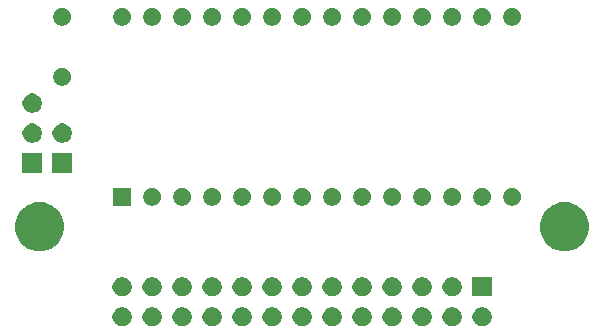
<source format=gbr>
G04 #@! TF.GenerationSoftware,KiCad,Pcbnew,(5.1.0)-1*
G04 #@! TF.CreationDate,2020-02-17T20:17:44-08:00*
G04 #@! TF.ProjectId,radio-86rk-rom,72616469-6f2d-4383-9672-6b2d726f6d2e,rev?*
G04 #@! TF.SameCoordinates,Original*
G04 #@! TF.FileFunction,Soldermask,Top*
G04 #@! TF.FilePolarity,Negative*
%FSLAX46Y46*%
G04 Gerber Fmt 4.6, Leading zero omitted, Abs format (unit mm)*
G04 Created by KiCad (PCBNEW (5.1.0)-1) date 2020-02-17 20:17:44*
%MOMM*%
%LPD*%
G04 APERTURE LIST*
%ADD10C,0.100000*%
G04 APERTURE END LIST*
D10*
G36*
X155177142Y-116058242D02*
G01*
X155325101Y-116119529D01*
X155458255Y-116208499D01*
X155571501Y-116321745D01*
X155660471Y-116454899D01*
X155721758Y-116602858D01*
X155753000Y-116759925D01*
X155753000Y-116920075D01*
X155721758Y-117077142D01*
X155660471Y-117225101D01*
X155571501Y-117358255D01*
X155458255Y-117471501D01*
X155325101Y-117560471D01*
X155177142Y-117621758D01*
X155020075Y-117653000D01*
X154859925Y-117653000D01*
X154702858Y-117621758D01*
X154554899Y-117560471D01*
X154421745Y-117471501D01*
X154308499Y-117358255D01*
X154219529Y-117225101D01*
X154158242Y-117077142D01*
X154127000Y-116920075D01*
X154127000Y-116759925D01*
X154158242Y-116602858D01*
X154219529Y-116454899D01*
X154308499Y-116321745D01*
X154421745Y-116208499D01*
X154554899Y-116119529D01*
X154702858Y-116058242D01*
X154859925Y-116027000D01*
X155020075Y-116027000D01*
X155177142Y-116058242D01*
X155177142Y-116058242D01*
G37*
G36*
X137397142Y-116058242D02*
G01*
X137545101Y-116119529D01*
X137678255Y-116208499D01*
X137791501Y-116321745D01*
X137880471Y-116454899D01*
X137941758Y-116602858D01*
X137973000Y-116759925D01*
X137973000Y-116920075D01*
X137941758Y-117077142D01*
X137880471Y-117225101D01*
X137791501Y-117358255D01*
X137678255Y-117471501D01*
X137545101Y-117560471D01*
X137397142Y-117621758D01*
X137240075Y-117653000D01*
X137079925Y-117653000D01*
X136922858Y-117621758D01*
X136774899Y-117560471D01*
X136641745Y-117471501D01*
X136528499Y-117358255D01*
X136439529Y-117225101D01*
X136378242Y-117077142D01*
X136347000Y-116920075D01*
X136347000Y-116759925D01*
X136378242Y-116602858D01*
X136439529Y-116454899D01*
X136528499Y-116321745D01*
X136641745Y-116208499D01*
X136774899Y-116119529D01*
X136922858Y-116058242D01*
X137079925Y-116027000D01*
X137240075Y-116027000D01*
X137397142Y-116058242D01*
X137397142Y-116058242D01*
G37*
G36*
X129777142Y-116058242D02*
G01*
X129925101Y-116119529D01*
X130058255Y-116208499D01*
X130171501Y-116321745D01*
X130260471Y-116454899D01*
X130321758Y-116602858D01*
X130353000Y-116759925D01*
X130353000Y-116920075D01*
X130321758Y-117077142D01*
X130260471Y-117225101D01*
X130171501Y-117358255D01*
X130058255Y-117471501D01*
X129925101Y-117560471D01*
X129777142Y-117621758D01*
X129620075Y-117653000D01*
X129459925Y-117653000D01*
X129302858Y-117621758D01*
X129154899Y-117560471D01*
X129021745Y-117471501D01*
X128908499Y-117358255D01*
X128819529Y-117225101D01*
X128758242Y-117077142D01*
X128727000Y-116920075D01*
X128727000Y-116759925D01*
X128758242Y-116602858D01*
X128819529Y-116454899D01*
X128908499Y-116321745D01*
X129021745Y-116208499D01*
X129154899Y-116119529D01*
X129302858Y-116058242D01*
X129459925Y-116027000D01*
X129620075Y-116027000D01*
X129777142Y-116058242D01*
X129777142Y-116058242D01*
G37*
G36*
X132317142Y-116058242D02*
G01*
X132465101Y-116119529D01*
X132598255Y-116208499D01*
X132711501Y-116321745D01*
X132800471Y-116454899D01*
X132861758Y-116602858D01*
X132893000Y-116759925D01*
X132893000Y-116920075D01*
X132861758Y-117077142D01*
X132800471Y-117225101D01*
X132711501Y-117358255D01*
X132598255Y-117471501D01*
X132465101Y-117560471D01*
X132317142Y-117621758D01*
X132160075Y-117653000D01*
X131999925Y-117653000D01*
X131842858Y-117621758D01*
X131694899Y-117560471D01*
X131561745Y-117471501D01*
X131448499Y-117358255D01*
X131359529Y-117225101D01*
X131298242Y-117077142D01*
X131267000Y-116920075D01*
X131267000Y-116759925D01*
X131298242Y-116602858D01*
X131359529Y-116454899D01*
X131448499Y-116321745D01*
X131561745Y-116208499D01*
X131694899Y-116119529D01*
X131842858Y-116058242D01*
X131999925Y-116027000D01*
X132160075Y-116027000D01*
X132317142Y-116058242D01*
X132317142Y-116058242D01*
G37*
G36*
X134857142Y-116058242D02*
G01*
X135005101Y-116119529D01*
X135138255Y-116208499D01*
X135251501Y-116321745D01*
X135340471Y-116454899D01*
X135401758Y-116602858D01*
X135433000Y-116759925D01*
X135433000Y-116920075D01*
X135401758Y-117077142D01*
X135340471Y-117225101D01*
X135251501Y-117358255D01*
X135138255Y-117471501D01*
X135005101Y-117560471D01*
X134857142Y-117621758D01*
X134700075Y-117653000D01*
X134539925Y-117653000D01*
X134382858Y-117621758D01*
X134234899Y-117560471D01*
X134101745Y-117471501D01*
X133988499Y-117358255D01*
X133899529Y-117225101D01*
X133838242Y-117077142D01*
X133807000Y-116920075D01*
X133807000Y-116759925D01*
X133838242Y-116602858D01*
X133899529Y-116454899D01*
X133988499Y-116321745D01*
X134101745Y-116208499D01*
X134234899Y-116119529D01*
X134382858Y-116058242D01*
X134539925Y-116027000D01*
X134700075Y-116027000D01*
X134857142Y-116058242D01*
X134857142Y-116058242D01*
G37*
G36*
X139937142Y-116058242D02*
G01*
X140085101Y-116119529D01*
X140218255Y-116208499D01*
X140331501Y-116321745D01*
X140420471Y-116454899D01*
X140481758Y-116602858D01*
X140513000Y-116759925D01*
X140513000Y-116920075D01*
X140481758Y-117077142D01*
X140420471Y-117225101D01*
X140331501Y-117358255D01*
X140218255Y-117471501D01*
X140085101Y-117560471D01*
X139937142Y-117621758D01*
X139780075Y-117653000D01*
X139619925Y-117653000D01*
X139462858Y-117621758D01*
X139314899Y-117560471D01*
X139181745Y-117471501D01*
X139068499Y-117358255D01*
X138979529Y-117225101D01*
X138918242Y-117077142D01*
X138887000Y-116920075D01*
X138887000Y-116759925D01*
X138918242Y-116602858D01*
X138979529Y-116454899D01*
X139068499Y-116321745D01*
X139181745Y-116208499D01*
X139314899Y-116119529D01*
X139462858Y-116058242D01*
X139619925Y-116027000D01*
X139780075Y-116027000D01*
X139937142Y-116058242D01*
X139937142Y-116058242D01*
G37*
G36*
X142477142Y-116058242D02*
G01*
X142625101Y-116119529D01*
X142758255Y-116208499D01*
X142871501Y-116321745D01*
X142960471Y-116454899D01*
X143021758Y-116602858D01*
X143053000Y-116759925D01*
X143053000Y-116920075D01*
X143021758Y-117077142D01*
X142960471Y-117225101D01*
X142871501Y-117358255D01*
X142758255Y-117471501D01*
X142625101Y-117560471D01*
X142477142Y-117621758D01*
X142320075Y-117653000D01*
X142159925Y-117653000D01*
X142002858Y-117621758D01*
X141854899Y-117560471D01*
X141721745Y-117471501D01*
X141608499Y-117358255D01*
X141519529Y-117225101D01*
X141458242Y-117077142D01*
X141427000Y-116920075D01*
X141427000Y-116759925D01*
X141458242Y-116602858D01*
X141519529Y-116454899D01*
X141608499Y-116321745D01*
X141721745Y-116208499D01*
X141854899Y-116119529D01*
X142002858Y-116058242D01*
X142159925Y-116027000D01*
X142320075Y-116027000D01*
X142477142Y-116058242D01*
X142477142Y-116058242D01*
G37*
G36*
X145017142Y-116058242D02*
G01*
X145165101Y-116119529D01*
X145298255Y-116208499D01*
X145411501Y-116321745D01*
X145500471Y-116454899D01*
X145561758Y-116602858D01*
X145593000Y-116759925D01*
X145593000Y-116920075D01*
X145561758Y-117077142D01*
X145500471Y-117225101D01*
X145411501Y-117358255D01*
X145298255Y-117471501D01*
X145165101Y-117560471D01*
X145017142Y-117621758D01*
X144860075Y-117653000D01*
X144699925Y-117653000D01*
X144542858Y-117621758D01*
X144394899Y-117560471D01*
X144261745Y-117471501D01*
X144148499Y-117358255D01*
X144059529Y-117225101D01*
X143998242Y-117077142D01*
X143967000Y-116920075D01*
X143967000Y-116759925D01*
X143998242Y-116602858D01*
X144059529Y-116454899D01*
X144148499Y-116321745D01*
X144261745Y-116208499D01*
X144394899Y-116119529D01*
X144542858Y-116058242D01*
X144699925Y-116027000D01*
X144860075Y-116027000D01*
X145017142Y-116058242D01*
X145017142Y-116058242D01*
G37*
G36*
X147557142Y-116058242D02*
G01*
X147705101Y-116119529D01*
X147838255Y-116208499D01*
X147951501Y-116321745D01*
X148040471Y-116454899D01*
X148101758Y-116602858D01*
X148133000Y-116759925D01*
X148133000Y-116920075D01*
X148101758Y-117077142D01*
X148040471Y-117225101D01*
X147951501Y-117358255D01*
X147838255Y-117471501D01*
X147705101Y-117560471D01*
X147557142Y-117621758D01*
X147400075Y-117653000D01*
X147239925Y-117653000D01*
X147082858Y-117621758D01*
X146934899Y-117560471D01*
X146801745Y-117471501D01*
X146688499Y-117358255D01*
X146599529Y-117225101D01*
X146538242Y-117077142D01*
X146507000Y-116920075D01*
X146507000Y-116759925D01*
X146538242Y-116602858D01*
X146599529Y-116454899D01*
X146688499Y-116321745D01*
X146801745Y-116208499D01*
X146934899Y-116119529D01*
X147082858Y-116058242D01*
X147239925Y-116027000D01*
X147400075Y-116027000D01*
X147557142Y-116058242D01*
X147557142Y-116058242D01*
G37*
G36*
X150097142Y-116058242D02*
G01*
X150245101Y-116119529D01*
X150378255Y-116208499D01*
X150491501Y-116321745D01*
X150580471Y-116454899D01*
X150641758Y-116602858D01*
X150673000Y-116759925D01*
X150673000Y-116920075D01*
X150641758Y-117077142D01*
X150580471Y-117225101D01*
X150491501Y-117358255D01*
X150378255Y-117471501D01*
X150245101Y-117560471D01*
X150097142Y-117621758D01*
X149940075Y-117653000D01*
X149779925Y-117653000D01*
X149622858Y-117621758D01*
X149474899Y-117560471D01*
X149341745Y-117471501D01*
X149228499Y-117358255D01*
X149139529Y-117225101D01*
X149078242Y-117077142D01*
X149047000Y-116920075D01*
X149047000Y-116759925D01*
X149078242Y-116602858D01*
X149139529Y-116454899D01*
X149228499Y-116321745D01*
X149341745Y-116208499D01*
X149474899Y-116119529D01*
X149622858Y-116058242D01*
X149779925Y-116027000D01*
X149940075Y-116027000D01*
X150097142Y-116058242D01*
X150097142Y-116058242D01*
G37*
G36*
X152637142Y-116058242D02*
G01*
X152785101Y-116119529D01*
X152918255Y-116208499D01*
X153031501Y-116321745D01*
X153120471Y-116454899D01*
X153181758Y-116602858D01*
X153213000Y-116759925D01*
X153213000Y-116920075D01*
X153181758Y-117077142D01*
X153120471Y-117225101D01*
X153031501Y-117358255D01*
X152918255Y-117471501D01*
X152785101Y-117560471D01*
X152637142Y-117621758D01*
X152480075Y-117653000D01*
X152319925Y-117653000D01*
X152162858Y-117621758D01*
X152014899Y-117560471D01*
X151881745Y-117471501D01*
X151768499Y-117358255D01*
X151679529Y-117225101D01*
X151618242Y-117077142D01*
X151587000Y-116920075D01*
X151587000Y-116759925D01*
X151618242Y-116602858D01*
X151679529Y-116454899D01*
X151768499Y-116321745D01*
X151881745Y-116208499D01*
X152014899Y-116119529D01*
X152162858Y-116058242D01*
X152319925Y-116027000D01*
X152480075Y-116027000D01*
X152637142Y-116058242D01*
X152637142Y-116058242D01*
G37*
G36*
X127237142Y-116058242D02*
G01*
X127385101Y-116119529D01*
X127518255Y-116208499D01*
X127631501Y-116321745D01*
X127720471Y-116454899D01*
X127781758Y-116602858D01*
X127813000Y-116759925D01*
X127813000Y-116920075D01*
X127781758Y-117077142D01*
X127720471Y-117225101D01*
X127631501Y-117358255D01*
X127518255Y-117471501D01*
X127385101Y-117560471D01*
X127237142Y-117621758D01*
X127080075Y-117653000D01*
X126919925Y-117653000D01*
X126762858Y-117621758D01*
X126614899Y-117560471D01*
X126481745Y-117471501D01*
X126368499Y-117358255D01*
X126279529Y-117225101D01*
X126218242Y-117077142D01*
X126187000Y-116920075D01*
X126187000Y-116759925D01*
X126218242Y-116602858D01*
X126279529Y-116454899D01*
X126368499Y-116321745D01*
X126481745Y-116208499D01*
X126614899Y-116119529D01*
X126762858Y-116058242D01*
X126919925Y-116027000D01*
X127080075Y-116027000D01*
X127237142Y-116058242D01*
X127237142Y-116058242D01*
G37*
G36*
X124697142Y-116058242D02*
G01*
X124845101Y-116119529D01*
X124978255Y-116208499D01*
X125091501Y-116321745D01*
X125180471Y-116454899D01*
X125241758Y-116602858D01*
X125273000Y-116759925D01*
X125273000Y-116920075D01*
X125241758Y-117077142D01*
X125180471Y-117225101D01*
X125091501Y-117358255D01*
X124978255Y-117471501D01*
X124845101Y-117560471D01*
X124697142Y-117621758D01*
X124540075Y-117653000D01*
X124379925Y-117653000D01*
X124222858Y-117621758D01*
X124074899Y-117560471D01*
X123941745Y-117471501D01*
X123828499Y-117358255D01*
X123739529Y-117225101D01*
X123678242Y-117077142D01*
X123647000Y-116920075D01*
X123647000Y-116759925D01*
X123678242Y-116602858D01*
X123739529Y-116454899D01*
X123828499Y-116321745D01*
X123941745Y-116208499D01*
X124074899Y-116119529D01*
X124222858Y-116058242D01*
X124379925Y-116027000D01*
X124540075Y-116027000D01*
X124697142Y-116058242D01*
X124697142Y-116058242D01*
G37*
G36*
X150097142Y-113518242D02*
G01*
X150245101Y-113579529D01*
X150378255Y-113668499D01*
X150491501Y-113781745D01*
X150580471Y-113914899D01*
X150641758Y-114062858D01*
X150673000Y-114219925D01*
X150673000Y-114380075D01*
X150641758Y-114537142D01*
X150580471Y-114685101D01*
X150491501Y-114818255D01*
X150378255Y-114931501D01*
X150245101Y-115020471D01*
X150097142Y-115081758D01*
X149940075Y-115113000D01*
X149779925Y-115113000D01*
X149622858Y-115081758D01*
X149474899Y-115020471D01*
X149341745Y-114931501D01*
X149228499Y-114818255D01*
X149139529Y-114685101D01*
X149078242Y-114537142D01*
X149047000Y-114380075D01*
X149047000Y-114219925D01*
X149078242Y-114062858D01*
X149139529Y-113914899D01*
X149228499Y-113781745D01*
X149341745Y-113668499D01*
X149474899Y-113579529D01*
X149622858Y-113518242D01*
X149779925Y-113487000D01*
X149940075Y-113487000D01*
X150097142Y-113518242D01*
X150097142Y-113518242D01*
G37*
G36*
X129777142Y-113518242D02*
G01*
X129925101Y-113579529D01*
X130058255Y-113668499D01*
X130171501Y-113781745D01*
X130260471Y-113914899D01*
X130321758Y-114062858D01*
X130353000Y-114219925D01*
X130353000Y-114380075D01*
X130321758Y-114537142D01*
X130260471Y-114685101D01*
X130171501Y-114818255D01*
X130058255Y-114931501D01*
X129925101Y-115020471D01*
X129777142Y-115081758D01*
X129620075Y-115113000D01*
X129459925Y-115113000D01*
X129302858Y-115081758D01*
X129154899Y-115020471D01*
X129021745Y-114931501D01*
X128908499Y-114818255D01*
X128819529Y-114685101D01*
X128758242Y-114537142D01*
X128727000Y-114380075D01*
X128727000Y-114219925D01*
X128758242Y-114062858D01*
X128819529Y-113914899D01*
X128908499Y-113781745D01*
X129021745Y-113668499D01*
X129154899Y-113579529D01*
X129302858Y-113518242D01*
X129459925Y-113487000D01*
X129620075Y-113487000D01*
X129777142Y-113518242D01*
X129777142Y-113518242D01*
G37*
G36*
X132317142Y-113518242D02*
G01*
X132465101Y-113579529D01*
X132598255Y-113668499D01*
X132711501Y-113781745D01*
X132800471Y-113914899D01*
X132861758Y-114062858D01*
X132893000Y-114219925D01*
X132893000Y-114380075D01*
X132861758Y-114537142D01*
X132800471Y-114685101D01*
X132711501Y-114818255D01*
X132598255Y-114931501D01*
X132465101Y-115020471D01*
X132317142Y-115081758D01*
X132160075Y-115113000D01*
X131999925Y-115113000D01*
X131842858Y-115081758D01*
X131694899Y-115020471D01*
X131561745Y-114931501D01*
X131448499Y-114818255D01*
X131359529Y-114685101D01*
X131298242Y-114537142D01*
X131267000Y-114380075D01*
X131267000Y-114219925D01*
X131298242Y-114062858D01*
X131359529Y-113914899D01*
X131448499Y-113781745D01*
X131561745Y-113668499D01*
X131694899Y-113579529D01*
X131842858Y-113518242D01*
X131999925Y-113487000D01*
X132160075Y-113487000D01*
X132317142Y-113518242D01*
X132317142Y-113518242D01*
G37*
G36*
X134857142Y-113518242D02*
G01*
X135005101Y-113579529D01*
X135138255Y-113668499D01*
X135251501Y-113781745D01*
X135340471Y-113914899D01*
X135401758Y-114062858D01*
X135433000Y-114219925D01*
X135433000Y-114380075D01*
X135401758Y-114537142D01*
X135340471Y-114685101D01*
X135251501Y-114818255D01*
X135138255Y-114931501D01*
X135005101Y-115020471D01*
X134857142Y-115081758D01*
X134700075Y-115113000D01*
X134539925Y-115113000D01*
X134382858Y-115081758D01*
X134234899Y-115020471D01*
X134101745Y-114931501D01*
X133988499Y-114818255D01*
X133899529Y-114685101D01*
X133838242Y-114537142D01*
X133807000Y-114380075D01*
X133807000Y-114219925D01*
X133838242Y-114062858D01*
X133899529Y-113914899D01*
X133988499Y-113781745D01*
X134101745Y-113668499D01*
X134234899Y-113579529D01*
X134382858Y-113518242D01*
X134539925Y-113487000D01*
X134700075Y-113487000D01*
X134857142Y-113518242D01*
X134857142Y-113518242D01*
G37*
G36*
X127237142Y-113518242D02*
G01*
X127385101Y-113579529D01*
X127518255Y-113668499D01*
X127631501Y-113781745D01*
X127720471Y-113914899D01*
X127781758Y-114062858D01*
X127813000Y-114219925D01*
X127813000Y-114380075D01*
X127781758Y-114537142D01*
X127720471Y-114685101D01*
X127631501Y-114818255D01*
X127518255Y-114931501D01*
X127385101Y-115020471D01*
X127237142Y-115081758D01*
X127080075Y-115113000D01*
X126919925Y-115113000D01*
X126762858Y-115081758D01*
X126614899Y-115020471D01*
X126481745Y-114931501D01*
X126368499Y-114818255D01*
X126279529Y-114685101D01*
X126218242Y-114537142D01*
X126187000Y-114380075D01*
X126187000Y-114219925D01*
X126218242Y-114062858D01*
X126279529Y-113914899D01*
X126368499Y-113781745D01*
X126481745Y-113668499D01*
X126614899Y-113579529D01*
X126762858Y-113518242D01*
X126919925Y-113487000D01*
X127080075Y-113487000D01*
X127237142Y-113518242D01*
X127237142Y-113518242D01*
G37*
G36*
X137397142Y-113518242D02*
G01*
X137545101Y-113579529D01*
X137678255Y-113668499D01*
X137791501Y-113781745D01*
X137880471Y-113914899D01*
X137941758Y-114062858D01*
X137973000Y-114219925D01*
X137973000Y-114380075D01*
X137941758Y-114537142D01*
X137880471Y-114685101D01*
X137791501Y-114818255D01*
X137678255Y-114931501D01*
X137545101Y-115020471D01*
X137397142Y-115081758D01*
X137240075Y-115113000D01*
X137079925Y-115113000D01*
X136922858Y-115081758D01*
X136774899Y-115020471D01*
X136641745Y-114931501D01*
X136528499Y-114818255D01*
X136439529Y-114685101D01*
X136378242Y-114537142D01*
X136347000Y-114380075D01*
X136347000Y-114219925D01*
X136378242Y-114062858D01*
X136439529Y-113914899D01*
X136528499Y-113781745D01*
X136641745Y-113668499D01*
X136774899Y-113579529D01*
X136922858Y-113518242D01*
X137079925Y-113487000D01*
X137240075Y-113487000D01*
X137397142Y-113518242D01*
X137397142Y-113518242D01*
G37*
G36*
X139937142Y-113518242D02*
G01*
X140085101Y-113579529D01*
X140218255Y-113668499D01*
X140331501Y-113781745D01*
X140420471Y-113914899D01*
X140481758Y-114062858D01*
X140513000Y-114219925D01*
X140513000Y-114380075D01*
X140481758Y-114537142D01*
X140420471Y-114685101D01*
X140331501Y-114818255D01*
X140218255Y-114931501D01*
X140085101Y-115020471D01*
X139937142Y-115081758D01*
X139780075Y-115113000D01*
X139619925Y-115113000D01*
X139462858Y-115081758D01*
X139314899Y-115020471D01*
X139181745Y-114931501D01*
X139068499Y-114818255D01*
X138979529Y-114685101D01*
X138918242Y-114537142D01*
X138887000Y-114380075D01*
X138887000Y-114219925D01*
X138918242Y-114062858D01*
X138979529Y-113914899D01*
X139068499Y-113781745D01*
X139181745Y-113668499D01*
X139314899Y-113579529D01*
X139462858Y-113518242D01*
X139619925Y-113487000D01*
X139780075Y-113487000D01*
X139937142Y-113518242D01*
X139937142Y-113518242D01*
G37*
G36*
X142477142Y-113518242D02*
G01*
X142625101Y-113579529D01*
X142758255Y-113668499D01*
X142871501Y-113781745D01*
X142960471Y-113914899D01*
X143021758Y-114062858D01*
X143053000Y-114219925D01*
X143053000Y-114380075D01*
X143021758Y-114537142D01*
X142960471Y-114685101D01*
X142871501Y-114818255D01*
X142758255Y-114931501D01*
X142625101Y-115020471D01*
X142477142Y-115081758D01*
X142320075Y-115113000D01*
X142159925Y-115113000D01*
X142002858Y-115081758D01*
X141854899Y-115020471D01*
X141721745Y-114931501D01*
X141608499Y-114818255D01*
X141519529Y-114685101D01*
X141458242Y-114537142D01*
X141427000Y-114380075D01*
X141427000Y-114219925D01*
X141458242Y-114062858D01*
X141519529Y-113914899D01*
X141608499Y-113781745D01*
X141721745Y-113668499D01*
X141854899Y-113579529D01*
X142002858Y-113518242D01*
X142159925Y-113487000D01*
X142320075Y-113487000D01*
X142477142Y-113518242D01*
X142477142Y-113518242D01*
G37*
G36*
X147557142Y-113518242D02*
G01*
X147705101Y-113579529D01*
X147838255Y-113668499D01*
X147951501Y-113781745D01*
X148040471Y-113914899D01*
X148101758Y-114062858D01*
X148133000Y-114219925D01*
X148133000Y-114380075D01*
X148101758Y-114537142D01*
X148040471Y-114685101D01*
X147951501Y-114818255D01*
X147838255Y-114931501D01*
X147705101Y-115020471D01*
X147557142Y-115081758D01*
X147400075Y-115113000D01*
X147239925Y-115113000D01*
X147082858Y-115081758D01*
X146934899Y-115020471D01*
X146801745Y-114931501D01*
X146688499Y-114818255D01*
X146599529Y-114685101D01*
X146538242Y-114537142D01*
X146507000Y-114380075D01*
X146507000Y-114219925D01*
X146538242Y-114062858D01*
X146599529Y-113914899D01*
X146688499Y-113781745D01*
X146801745Y-113668499D01*
X146934899Y-113579529D01*
X147082858Y-113518242D01*
X147239925Y-113487000D01*
X147400075Y-113487000D01*
X147557142Y-113518242D01*
X147557142Y-113518242D01*
G37*
G36*
X124697142Y-113518242D02*
G01*
X124845101Y-113579529D01*
X124978255Y-113668499D01*
X125091501Y-113781745D01*
X125180471Y-113914899D01*
X125241758Y-114062858D01*
X125273000Y-114219925D01*
X125273000Y-114380075D01*
X125241758Y-114537142D01*
X125180471Y-114685101D01*
X125091501Y-114818255D01*
X124978255Y-114931501D01*
X124845101Y-115020471D01*
X124697142Y-115081758D01*
X124540075Y-115113000D01*
X124379925Y-115113000D01*
X124222858Y-115081758D01*
X124074899Y-115020471D01*
X123941745Y-114931501D01*
X123828499Y-114818255D01*
X123739529Y-114685101D01*
X123678242Y-114537142D01*
X123647000Y-114380075D01*
X123647000Y-114219925D01*
X123678242Y-114062858D01*
X123739529Y-113914899D01*
X123828499Y-113781745D01*
X123941745Y-113668499D01*
X124074899Y-113579529D01*
X124222858Y-113518242D01*
X124379925Y-113487000D01*
X124540075Y-113487000D01*
X124697142Y-113518242D01*
X124697142Y-113518242D01*
G37*
G36*
X152637142Y-113518242D02*
G01*
X152785101Y-113579529D01*
X152918255Y-113668499D01*
X153031501Y-113781745D01*
X153120471Y-113914899D01*
X153181758Y-114062858D01*
X153213000Y-114219925D01*
X153213000Y-114380075D01*
X153181758Y-114537142D01*
X153120471Y-114685101D01*
X153031501Y-114818255D01*
X152918255Y-114931501D01*
X152785101Y-115020471D01*
X152637142Y-115081758D01*
X152480075Y-115113000D01*
X152319925Y-115113000D01*
X152162858Y-115081758D01*
X152014899Y-115020471D01*
X151881745Y-114931501D01*
X151768499Y-114818255D01*
X151679529Y-114685101D01*
X151618242Y-114537142D01*
X151587000Y-114380075D01*
X151587000Y-114219925D01*
X151618242Y-114062858D01*
X151679529Y-113914899D01*
X151768499Y-113781745D01*
X151881745Y-113668499D01*
X152014899Y-113579529D01*
X152162858Y-113518242D01*
X152319925Y-113487000D01*
X152480075Y-113487000D01*
X152637142Y-113518242D01*
X152637142Y-113518242D01*
G37*
G36*
X155753000Y-115113000D02*
G01*
X154127000Y-115113000D01*
X154127000Y-113487000D01*
X155753000Y-113487000D01*
X155753000Y-115113000D01*
X155753000Y-115113000D01*
G37*
G36*
X145017142Y-113518242D02*
G01*
X145165101Y-113579529D01*
X145298255Y-113668499D01*
X145411501Y-113781745D01*
X145500471Y-113914899D01*
X145561758Y-114062858D01*
X145593000Y-114219925D01*
X145593000Y-114380075D01*
X145561758Y-114537142D01*
X145500471Y-114685101D01*
X145411501Y-114818255D01*
X145298255Y-114931501D01*
X145165101Y-115020471D01*
X145017142Y-115081758D01*
X144860075Y-115113000D01*
X144699925Y-115113000D01*
X144542858Y-115081758D01*
X144394899Y-115020471D01*
X144261745Y-114931501D01*
X144148499Y-114818255D01*
X144059529Y-114685101D01*
X143998242Y-114537142D01*
X143967000Y-114380075D01*
X143967000Y-114219925D01*
X143998242Y-114062858D01*
X144059529Y-113914899D01*
X144148499Y-113781745D01*
X144261745Y-113668499D01*
X144394899Y-113579529D01*
X144542858Y-113518242D01*
X144699925Y-113487000D01*
X144860075Y-113487000D01*
X145017142Y-113518242D01*
X145017142Y-113518242D01*
G37*
G36*
X117784607Y-107157776D02*
G01*
X118082589Y-107217048D01*
X118191535Y-107262175D01*
X118389559Y-107344199D01*
X118461671Y-107374069D01*
X118802835Y-107602028D01*
X119092972Y-107892165D01*
X119320931Y-108233329D01*
X119477952Y-108612411D01*
X119558000Y-109014842D01*
X119558000Y-109425158D01*
X119477952Y-109827589D01*
X119320931Y-110206671D01*
X119092972Y-110547835D01*
X118802835Y-110837972D01*
X118461671Y-111065931D01*
X118082589Y-111222952D01*
X117680159Y-111303000D01*
X117269841Y-111303000D01*
X116867411Y-111222952D01*
X116488329Y-111065931D01*
X116147165Y-110837972D01*
X115857028Y-110547835D01*
X115629069Y-110206671D01*
X115472048Y-109827589D01*
X115392000Y-109425158D01*
X115392000Y-109014842D01*
X115472048Y-108612411D01*
X115629069Y-108233329D01*
X115857028Y-107892165D01*
X116147165Y-107602028D01*
X116488329Y-107374069D01*
X116560442Y-107344199D01*
X116758465Y-107262175D01*
X116867411Y-107217048D01*
X117165393Y-107157776D01*
X117269841Y-107137000D01*
X117680159Y-107137000D01*
X117784607Y-107157776D01*
X117784607Y-107157776D01*
G37*
G36*
X162234607Y-107157776D02*
G01*
X162532589Y-107217048D01*
X162641535Y-107262175D01*
X162839559Y-107344199D01*
X162911671Y-107374069D01*
X163252835Y-107602028D01*
X163542972Y-107892165D01*
X163770931Y-108233329D01*
X163927952Y-108612411D01*
X164008000Y-109014842D01*
X164008000Y-109425158D01*
X163927952Y-109827589D01*
X163770931Y-110206671D01*
X163542972Y-110547835D01*
X163252835Y-110837972D01*
X162911671Y-111065931D01*
X162532589Y-111222952D01*
X162130159Y-111303000D01*
X161719841Y-111303000D01*
X161317411Y-111222952D01*
X160938329Y-111065931D01*
X160597165Y-110837972D01*
X160307028Y-110547835D01*
X160079069Y-110206671D01*
X159922048Y-109827589D01*
X159842000Y-109425158D01*
X159842000Y-109014842D01*
X159922048Y-108612411D01*
X160079069Y-108233329D01*
X160307028Y-107892165D01*
X160597165Y-107602028D01*
X160938329Y-107374069D01*
X161010442Y-107344199D01*
X161208465Y-107262175D01*
X161317411Y-107217048D01*
X161615393Y-107157776D01*
X161719841Y-107137000D01*
X162130159Y-107137000D01*
X162234607Y-107157776D01*
X162234607Y-107157776D01*
G37*
G36*
X149954425Y-105934599D02*
G01*
X150078621Y-105959302D01*
X150215022Y-106015801D01*
X150337779Y-106097825D01*
X150442175Y-106202221D01*
X150524199Y-106324978D01*
X150580698Y-106461379D01*
X150609500Y-106606181D01*
X150609500Y-106753819D01*
X150580698Y-106898621D01*
X150524199Y-107035022D01*
X150442175Y-107157779D01*
X150337779Y-107262175D01*
X150215022Y-107344199D01*
X150078621Y-107400698D01*
X149954425Y-107425401D01*
X149933820Y-107429500D01*
X149786180Y-107429500D01*
X149765575Y-107425401D01*
X149641379Y-107400698D01*
X149504978Y-107344199D01*
X149382221Y-107262175D01*
X149277825Y-107157779D01*
X149195801Y-107035022D01*
X149139302Y-106898621D01*
X149110500Y-106753819D01*
X149110500Y-106606181D01*
X149139302Y-106461379D01*
X149195801Y-106324978D01*
X149277825Y-106202221D01*
X149382221Y-106097825D01*
X149504978Y-106015801D01*
X149641379Y-105959302D01*
X149765575Y-105934599D01*
X149786180Y-105930500D01*
X149933820Y-105930500D01*
X149954425Y-105934599D01*
X149954425Y-105934599D01*
G37*
G36*
X134714425Y-105934599D02*
G01*
X134838621Y-105959302D01*
X134975022Y-106015801D01*
X135097779Y-106097825D01*
X135202175Y-106202221D01*
X135284199Y-106324978D01*
X135340698Y-106461379D01*
X135369500Y-106606181D01*
X135369500Y-106753819D01*
X135340698Y-106898621D01*
X135284199Y-107035022D01*
X135202175Y-107157779D01*
X135097779Y-107262175D01*
X134975022Y-107344199D01*
X134838621Y-107400698D01*
X134714425Y-107425401D01*
X134693820Y-107429500D01*
X134546180Y-107429500D01*
X134525575Y-107425401D01*
X134401379Y-107400698D01*
X134264978Y-107344199D01*
X134142221Y-107262175D01*
X134037825Y-107157779D01*
X133955801Y-107035022D01*
X133899302Y-106898621D01*
X133870500Y-106753819D01*
X133870500Y-106606181D01*
X133899302Y-106461379D01*
X133955801Y-106324978D01*
X134037825Y-106202221D01*
X134142221Y-106097825D01*
X134264978Y-106015801D01*
X134401379Y-105959302D01*
X134525575Y-105934599D01*
X134546180Y-105930500D01*
X134693820Y-105930500D01*
X134714425Y-105934599D01*
X134714425Y-105934599D01*
G37*
G36*
X139794425Y-105934599D02*
G01*
X139918621Y-105959302D01*
X140055022Y-106015801D01*
X140177779Y-106097825D01*
X140282175Y-106202221D01*
X140364199Y-106324978D01*
X140420698Y-106461379D01*
X140449500Y-106606181D01*
X140449500Y-106753819D01*
X140420698Y-106898621D01*
X140364199Y-107035022D01*
X140282175Y-107157779D01*
X140177779Y-107262175D01*
X140055022Y-107344199D01*
X139918621Y-107400698D01*
X139794425Y-107425401D01*
X139773820Y-107429500D01*
X139626180Y-107429500D01*
X139605575Y-107425401D01*
X139481379Y-107400698D01*
X139344978Y-107344199D01*
X139222221Y-107262175D01*
X139117825Y-107157779D01*
X139035801Y-107035022D01*
X138979302Y-106898621D01*
X138950500Y-106753819D01*
X138950500Y-106606181D01*
X138979302Y-106461379D01*
X139035801Y-106324978D01*
X139117825Y-106202221D01*
X139222221Y-106097825D01*
X139344978Y-106015801D01*
X139481379Y-105959302D01*
X139605575Y-105934599D01*
X139626180Y-105930500D01*
X139773820Y-105930500D01*
X139794425Y-105934599D01*
X139794425Y-105934599D01*
G37*
G36*
X132174425Y-105934599D02*
G01*
X132298621Y-105959302D01*
X132435022Y-106015801D01*
X132557779Y-106097825D01*
X132662175Y-106202221D01*
X132744199Y-106324978D01*
X132800698Y-106461379D01*
X132829500Y-106606181D01*
X132829500Y-106753819D01*
X132800698Y-106898621D01*
X132744199Y-107035022D01*
X132662175Y-107157779D01*
X132557779Y-107262175D01*
X132435022Y-107344199D01*
X132298621Y-107400698D01*
X132174425Y-107425401D01*
X132153820Y-107429500D01*
X132006180Y-107429500D01*
X131985575Y-107425401D01*
X131861379Y-107400698D01*
X131724978Y-107344199D01*
X131602221Y-107262175D01*
X131497825Y-107157779D01*
X131415801Y-107035022D01*
X131359302Y-106898621D01*
X131330500Y-106753819D01*
X131330500Y-106606181D01*
X131359302Y-106461379D01*
X131415801Y-106324978D01*
X131497825Y-106202221D01*
X131602221Y-106097825D01*
X131724978Y-106015801D01*
X131861379Y-105959302D01*
X131985575Y-105934599D01*
X132006180Y-105930500D01*
X132153820Y-105930500D01*
X132174425Y-105934599D01*
X132174425Y-105934599D01*
G37*
G36*
X125209500Y-107429500D02*
G01*
X123710500Y-107429500D01*
X123710500Y-105930500D01*
X125209500Y-105930500D01*
X125209500Y-107429500D01*
X125209500Y-107429500D01*
G37*
G36*
X129634425Y-105934599D02*
G01*
X129758621Y-105959302D01*
X129895022Y-106015801D01*
X130017779Y-106097825D01*
X130122175Y-106202221D01*
X130204199Y-106324978D01*
X130260698Y-106461379D01*
X130289500Y-106606181D01*
X130289500Y-106753819D01*
X130260698Y-106898621D01*
X130204199Y-107035022D01*
X130122175Y-107157779D01*
X130017779Y-107262175D01*
X129895022Y-107344199D01*
X129758621Y-107400698D01*
X129634425Y-107425401D01*
X129613820Y-107429500D01*
X129466180Y-107429500D01*
X129445575Y-107425401D01*
X129321379Y-107400698D01*
X129184978Y-107344199D01*
X129062221Y-107262175D01*
X128957825Y-107157779D01*
X128875801Y-107035022D01*
X128819302Y-106898621D01*
X128790500Y-106753819D01*
X128790500Y-106606181D01*
X128819302Y-106461379D01*
X128875801Y-106324978D01*
X128957825Y-106202221D01*
X129062221Y-106097825D01*
X129184978Y-106015801D01*
X129321379Y-105959302D01*
X129445575Y-105934599D01*
X129466180Y-105930500D01*
X129613820Y-105930500D01*
X129634425Y-105934599D01*
X129634425Y-105934599D01*
G37*
G36*
X137254425Y-105934599D02*
G01*
X137378621Y-105959302D01*
X137515022Y-106015801D01*
X137637779Y-106097825D01*
X137742175Y-106202221D01*
X137824199Y-106324978D01*
X137880698Y-106461379D01*
X137909500Y-106606181D01*
X137909500Y-106753819D01*
X137880698Y-106898621D01*
X137824199Y-107035022D01*
X137742175Y-107157779D01*
X137637779Y-107262175D01*
X137515022Y-107344199D01*
X137378621Y-107400698D01*
X137254425Y-107425401D01*
X137233820Y-107429500D01*
X137086180Y-107429500D01*
X137065575Y-107425401D01*
X136941379Y-107400698D01*
X136804978Y-107344199D01*
X136682221Y-107262175D01*
X136577825Y-107157779D01*
X136495801Y-107035022D01*
X136439302Y-106898621D01*
X136410500Y-106753819D01*
X136410500Y-106606181D01*
X136439302Y-106461379D01*
X136495801Y-106324978D01*
X136577825Y-106202221D01*
X136682221Y-106097825D01*
X136804978Y-106015801D01*
X136941379Y-105959302D01*
X137065575Y-105934599D01*
X137086180Y-105930500D01*
X137233820Y-105930500D01*
X137254425Y-105934599D01*
X137254425Y-105934599D01*
G37*
G36*
X142334425Y-105934599D02*
G01*
X142458621Y-105959302D01*
X142595022Y-106015801D01*
X142717779Y-106097825D01*
X142822175Y-106202221D01*
X142904199Y-106324978D01*
X142960698Y-106461379D01*
X142989500Y-106606181D01*
X142989500Y-106753819D01*
X142960698Y-106898621D01*
X142904199Y-107035022D01*
X142822175Y-107157779D01*
X142717779Y-107262175D01*
X142595022Y-107344199D01*
X142458621Y-107400698D01*
X142334425Y-107425401D01*
X142313820Y-107429500D01*
X142166180Y-107429500D01*
X142145575Y-107425401D01*
X142021379Y-107400698D01*
X141884978Y-107344199D01*
X141762221Y-107262175D01*
X141657825Y-107157779D01*
X141575801Y-107035022D01*
X141519302Y-106898621D01*
X141490500Y-106753819D01*
X141490500Y-106606181D01*
X141519302Y-106461379D01*
X141575801Y-106324978D01*
X141657825Y-106202221D01*
X141762221Y-106097825D01*
X141884978Y-106015801D01*
X142021379Y-105959302D01*
X142145575Y-105934599D01*
X142166180Y-105930500D01*
X142313820Y-105930500D01*
X142334425Y-105934599D01*
X142334425Y-105934599D01*
G37*
G36*
X144874425Y-105934599D02*
G01*
X144998621Y-105959302D01*
X145135022Y-106015801D01*
X145257779Y-106097825D01*
X145362175Y-106202221D01*
X145444199Y-106324978D01*
X145500698Y-106461379D01*
X145529500Y-106606181D01*
X145529500Y-106753819D01*
X145500698Y-106898621D01*
X145444199Y-107035022D01*
X145362175Y-107157779D01*
X145257779Y-107262175D01*
X145135022Y-107344199D01*
X144998621Y-107400698D01*
X144874425Y-107425401D01*
X144853820Y-107429500D01*
X144706180Y-107429500D01*
X144685575Y-107425401D01*
X144561379Y-107400698D01*
X144424978Y-107344199D01*
X144302221Y-107262175D01*
X144197825Y-107157779D01*
X144115801Y-107035022D01*
X144059302Y-106898621D01*
X144030500Y-106753819D01*
X144030500Y-106606181D01*
X144059302Y-106461379D01*
X144115801Y-106324978D01*
X144197825Y-106202221D01*
X144302221Y-106097825D01*
X144424978Y-106015801D01*
X144561379Y-105959302D01*
X144685575Y-105934599D01*
X144706180Y-105930500D01*
X144853820Y-105930500D01*
X144874425Y-105934599D01*
X144874425Y-105934599D01*
G37*
G36*
X147414425Y-105934599D02*
G01*
X147538621Y-105959302D01*
X147675022Y-106015801D01*
X147797779Y-106097825D01*
X147902175Y-106202221D01*
X147984199Y-106324978D01*
X148040698Y-106461379D01*
X148069500Y-106606181D01*
X148069500Y-106753819D01*
X148040698Y-106898621D01*
X147984199Y-107035022D01*
X147902175Y-107157779D01*
X147797779Y-107262175D01*
X147675022Y-107344199D01*
X147538621Y-107400698D01*
X147414425Y-107425401D01*
X147393820Y-107429500D01*
X147246180Y-107429500D01*
X147225575Y-107425401D01*
X147101379Y-107400698D01*
X146964978Y-107344199D01*
X146842221Y-107262175D01*
X146737825Y-107157779D01*
X146655801Y-107035022D01*
X146599302Y-106898621D01*
X146570500Y-106753819D01*
X146570500Y-106606181D01*
X146599302Y-106461379D01*
X146655801Y-106324978D01*
X146737825Y-106202221D01*
X146842221Y-106097825D01*
X146964978Y-106015801D01*
X147101379Y-105959302D01*
X147225575Y-105934599D01*
X147246180Y-105930500D01*
X147393820Y-105930500D01*
X147414425Y-105934599D01*
X147414425Y-105934599D01*
G37*
G36*
X152494425Y-105934599D02*
G01*
X152618621Y-105959302D01*
X152755022Y-106015801D01*
X152877779Y-106097825D01*
X152982175Y-106202221D01*
X153064199Y-106324978D01*
X153120698Y-106461379D01*
X153149500Y-106606181D01*
X153149500Y-106753819D01*
X153120698Y-106898621D01*
X153064199Y-107035022D01*
X152982175Y-107157779D01*
X152877779Y-107262175D01*
X152755022Y-107344199D01*
X152618621Y-107400698D01*
X152494425Y-107425401D01*
X152473820Y-107429500D01*
X152326180Y-107429500D01*
X152305575Y-107425401D01*
X152181379Y-107400698D01*
X152044978Y-107344199D01*
X151922221Y-107262175D01*
X151817825Y-107157779D01*
X151735801Y-107035022D01*
X151679302Y-106898621D01*
X151650500Y-106753819D01*
X151650500Y-106606181D01*
X151679302Y-106461379D01*
X151735801Y-106324978D01*
X151817825Y-106202221D01*
X151922221Y-106097825D01*
X152044978Y-106015801D01*
X152181379Y-105959302D01*
X152305575Y-105934599D01*
X152326180Y-105930500D01*
X152473820Y-105930500D01*
X152494425Y-105934599D01*
X152494425Y-105934599D01*
G37*
G36*
X155034425Y-105934599D02*
G01*
X155158621Y-105959302D01*
X155295022Y-106015801D01*
X155417779Y-106097825D01*
X155522175Y-106202221D01*
X155604199Y-106324978D01*
X155660698Y-106461379D01*
X155689500Y-106606181D01*
X155689500Y-106753819D01*
X155660698Y-106898621D01*
X155604199Y-107035022D01*
X155522175Y-107157779D01*
X155417779Y-107262175D01*
X155295022Y-107344199D01*
X155158621Y-107400698D01*
X155034425Y-107425401D01*
X155013820Y-107429500D01*
X154866180Y-107429500D01*
X154845575Y-107425401D01*
X154721379Y-107400698D01*
X154584978Y-107344199D01*
X154462221Y-107262175D01*
X154357825Y-107157779D01*
X154275801Y-107035022D01*
X154219302Y-106898621D01*
X154190500Y-106753819D01*
X154190500Y-106606181D01*
X154219302Y-106461379D01*
X154275801Y-106324978D01*
X154357825Y-106202221D01*
X154462221Y-106097825D01*
X154584978Y-106015801D01*
X154721379Y-105959302D01*
X154845575Y-105934599D01*
X154866180Y-105930500D01*
X155013820Y-105930500D01*
X155034425Y-105934599D01*
X155034425Y-105934599D01*
G37*
G36*
X157574425Y-105934599D02*
G01*
X157698621Y-105959302D01*
X157835022Y-106015801D01*
X157957779Y-106097825D01*
X158062175Y-106202221D01*
X158144199Y-106324978D01*
X158200698Y-106461379D01*
X158229500Y-106606181D01*
X158229500Y-106753819D01*
X158200698Y-106898621D01*
X158144199Y-107035022D01*
X158062175Y-107157779D01*
X157957779Y-107262175D01*
X157835022Y-107344199D01*
X157698621Y-107400698D01*
X157574425Y-107425401D01*
X157553820Y-107429500D01*
X157406180Y-107429500D01*
X157385575Y-107425401D01*
X157261379Y-107400698D01*
X157124978Y-107344199D01*
X157002221Y-107262175D01*
X156897825Y-107157779D01*
X156815801Y-107035022D01*
X156759302Y-106898621D01*
X156730500Y-106753819D01*
X156730500Y-106606181D01*
X156759302Y-106461379D01*
X156815801Y-106324978D01*
X156897825Y-106202221D01*
X157002221Y-106097825D01*
X157124978Y-106015801D01*
X157261379Y-105959302D01*
X157385575Y-105934599D01*
X157406180Y-105930500D01*
X157553820Y-105930500D01*
X157574425Y-105934599D01*
X157574425Y-105934599D01*
G37*
G36*
X127094425Y-105934599D02*
G01*
X127218621Y-105959302D01*
X127355022Y-106015801D01*
X127477779Y-106097825D01*
X127582175Y-106202221D01*
X127664199Y-106324978D01*
X127720698Y-106461379D01*
X127749500Y-106606181D01*
X127749500Y-106753819D01*
X127720698Y-106898621D01*
X127664199Y-107035022D01*
X127582175Y-107157779D01*
X127477779Y-107262175D01*
X127355022Y-107344199D01*
X127218621Y-107400698D01*
X127094425Y-107425401D01*
X127073820Y-107429500D01*
X126926180Y-107429500D01*
X126905575Y-107425401D01*
X126781379Y-107400698D01*
X126644978Y-107344199D01*
X126522221Y-107262175D01*
X126417825Y-107157779D01*
X126335801Y-107035022D01*
X126279302Y-106898621D01*
X126250500Y-106753819D01*
X126250500Y-106606181D01*
X126279302Y-106461379D01*
X126335801Y-106324978D01*
X126417825Y-106202221D01*
X126522221Y-106097825D01*
X126644978Y-106015801D01*
X126781379Y-105959302D01*
X126905575Y-105934599D01*
X126926180Y-105930500D01*
X127073820Y-105930500D01*
X127094425Y-105934599D01*
X127094425Y-105934599D01*
G37*
G36*
X120193000Y-104635500D02*
G01*
X118567000Y-104635500D01*
X118567000Y-103009500D01*
X120193000Y-103009500D01*
X120193000Y-104635500D01*
X120193000Y-104635500D01*
G37*
G36*
X117653000Y-104635500D02*
G01*
X116027000Y-104635500D01*
X116027000Y-103009500D01*
X117653000Y-103009500D01*
X117653000Y-104635500D01*
X117653000Y-104635500D01*
G37*
G36*
X119617142Y-100500742D02*
G01*
X119765101Y-100562029D01*
X119898255Y-100650999D01*
X120011501Y-100764245D01*
X120100471Y-100897399D01*
X120161758Y-101045358D01*
X120193000Y-101202425D01*
X120193000Y-101362575D01*
X120161758Y-101519642D01*
X120100471Y-101667601D01*
X120011501Y-101800755D01*
X119898255Y-101914001D01*
X119765101Y-102002971D01*
X119617142Y-102064258D01*
X119460075Y-102095500D01*
X119299925Y-102095500D01*
X119142858Y-102064258D01*
X118994899Y-102002971D01*
X118861745Y-101914001D01*
X118748499Y-101800755D01*
X118659529Y-101667601D01*
X118598242Y-101519642D01*
X118567000Y-101362575D01*
X118567000Y-101202425D01*
X118598242Y-101045358D01*
X118659529Y-100897399D01*
X118748499Y-100764245D01*
X118861745Y-100650999D01*
X118994899Y-100562029D01*
X119142858Y-100500742D01*
X119299925Y-100469500D01*
X119460075Y-100469500D01*
X119617142Y-100500742D01*
X119617142Y-100500742D01*
G37*
G36*
X117077142Y-100500742D02*
G01*
X117225101Y-100562029D01*
X117358255Y-100650999D01*
X117471501Y-100764245D01*
X117560471Y-100897399D01*
X117621758Y-101045358D01*
X117653000Y-101202425D01*
X117653000Y-101362575D01*
X117621758Y-101519642D01*
X117560471Y-101667601D01*
X117471501Y-101800755D01*
X117358255Y-101914001D01*
X117225101Y-102002971D01*
X117077142Y-102064258D01*
X116920075Y-102095500D01*
X116759925Y-102095500D01*
X116602858Y-102064258D01*
X116454899Y-102002971D01*
X116321745Y-101914001D01*
X116208499Y-101800755D01*
X116119529Y-101667601D01*
X116058242Y-101519642D01*
X116027000Y-101362575D01*
X116027000Y-101202425D01*
X116058242Y-101045358D01*
X116119529Y-100897399D01*
X116208499Y-100764245D01*
X116321745Y-100650999D01*
X116454899Y-100562029D01*
X116602858Y-100500742D01*
X116759925Y-100469500D01*
X116920075Y-100469500D01*
X117077142Y-100500742D01*
X117077142Y-100500742D01*
G37*
G36*
X117077142Y-97960742D02*
G01*
X117225101Y-98022029D01*
X117358255Y-98110999D01*
X117471501Y-98224245D01*
X117560471Y-98357399D01*
X117621758Y-98505358D01*
X117653000Y-98662425D01*
X117653000Y-98822575D01*
X117621758Y-98979642D01*
X117560471Y-99127601D01*
X117471501Y-99260755D01*
X117358255Y-99374001D01*
X117225101Y-99462971D01*
X117077142Y-99524258D01*
X116920075Y-99555500D01*
X116759925Y-99555500D01*
X116602858Y-99524258D01*
X116454899Y-99462971D01*
X116321745Y-99374001D01*
X116208499Y-99260755D01*
X116119529Y-99127601D01*
X116058242Y-98979642D01*
X116027000Y-98822575D01*
X116027000Y-98662425D01*
X116058242Y-98505358D01*
X116119529Y-98357399D01*
X116208499Y-98224245D01*
X116321745Y-98110999D01*
X116454899Y-98022029D01*
X116602858Y-97960742D01*
X116759925Y-97929500D01*
X116920075Y-97929500D01*
X117077142Y-97960742D01*
X117077142Y-97960742D01*
G37*
G36*
X119474425Y-95774599D02*
G01*
X119598621Y-95799302D01*
X119735022Y-95855801D01*
X119857779Y-95937825D01*
X119962175Y-96042221D01*
X120044199Y-96164978D01*
X120100698Y-96301379D01*
X120129500Y-96446181D01*
X120129500Y-96593819D01*
X120100698Y-96738621D01*
X120044199Y-96875022D01*
X119962175Y-96997779D01*
X119857779Y-97102175D01*
X119735022Y-97184199D01*
X119598621Y-97240698D01*
X119474425Y-97265401D01*
X119453820Y-97269500D01*
X119306180Y-97269500D01*
X119285575Y-97265401D01*
X119161379Y-97240698D01*
X119024978Y-97184199D01*
X118902221Y-97102175D01*
X118797825Y-96997779D01*
X118715801Y-96875022D01*
X118659302Y-96738621D01*
X118630500Y-96593819D01*
X118630500Y-96446181D01*
X118659302Y-96301379D01*
X118715801Y-96164978D01*
X118797825Y-96042221D01*
X118902221Y-95937825D01*
X119024978Y-95855801D01*
X119161379Y-95799302D01*
X119285575Y-95774599D01*
X119306180Y-95770500D01*
X119453820Y-95770500D01*
X119474425Y-95774599D01*
X119474425Y-95774599D01*
G37*
G36*
X157574425Y-90694599D02*
G01*
X157698621Y-90719302D01*
X157835022Y-90775801D01*
X157957779Y-90857825D01*
X158062175Y-90962221D01*
X158144199Y-91084978D01*
X158200698Y-91221379D01*
X158229500Y-91366181D01*
X158229500Y-91513819D01*
X158200698Y-91658621D01*
X158144199Y-91795022D01*
X158062175Y-91917779D01*
X157957779Y-92022175D01*
X157835022Y-92104199D01*
X157698621Y-92160698D01*
X157574425Y-92185401D01*
X157553820Y-92189500D01*
X157406180Y-92189500D01*
X157385575Y-92185401D01*
X157261379Y-92160698D01*
X157124978Y-92104199D01*
X157002221Y-92022175D01*
X156897825Y-91917779D01*
X156815801Y-91795022D01*
X156759302Y-91658621D01*
X156730500Y-91513819D01*
X156730500Y-91366181D01*
X156759302Y-91221379D01*
X156815801Y-91084978D01*
X156897825Y-90962221D01*
X157002221Y-90857825D01*
X157124978Y-90775801D01*
X157261379Y-90719302D01*
X157385575Y-90694599D01*
X157406180Y-90690500D01*
X157553820Y-90690500D01*
X157574425Y-90694599D01*
X157574425Y-90694599D01*
G37*
G36*
X152494425Y-90694599D02*
G01*
X152618621Y-90719302D01*
X152755022Y-90775801D01*
X152877779Y-90857825D01*
X152982175Y-90962221D01*
X153064199Y-91084978D01*
X153120698Y-91221379D01*
X153149500Y-91366181D01*
X153149500Y-91513819D01*
X153120698Y-91658621D01*
X153064199Y-91795022D01*
X152982175Y-91917779D01*
X152877779Y-92022175D01*
X152755022Y-92104199D01*
X152618621Y-92160698D01*
X152494425Y-92185401D01*
X152473820Y-92189500D01*
X152326180Y-92189500D01*
X152305575Y-92185401D01*
X152181379Y-92160698D01*
X152044978Y-92104199D01*
X151922221Y-92022175D01*
X151817825Y-91917779D01*
X151735801Y-91795022D01*
X151679302Y-91658621D01*
X151650500Y-91513819D01*
X151650500Y-91366181D01*
X151679302Y-91221379D01*
X151735801Y-91084978D01*
X151817825Y-90962221D01*
X151922221Y-90857825D01*
X152044978Y-90775801D01*
X152181379Y-90719302D01*
X152305575Y-90694599D01*
X152326180Y-90690500D01*
X152473820Y-90690500D01*
X152494425Y-90694599D01*
X152494425Y-90694599D01*
G37*
G36*
X149954425Y-90694599D02*
G01*
X150078621Y-90719302D01*
X150215022Y-90775801D01*
X150337779Y-90857825D01*
X150442175Y-90962221D01*
X150524199Y-91084978D01*
X150580698Y-91221379D01*
X150609500Y-91366181D01*
X150609500Y-91513819D01*
X150580698Y-91658621D01*
X150524199Y-91795022D01*
X150442175Y-91917779D01*
X150337779Y-92022175D01*
X150215022Y-92104199D01*
X150078621Y-92160698D01*
X149954425Y-92185401D01*
X149933820Y-92189500D01*
X149786180Y-92189500D01*
X149765575Y-92185401D01*
X149641379Y-92160698D01*
X149504978Y-92104199D01*
X149382221Y-92022175D01*
X149277825Y-91917779D01*
X149195801Y-91795022D01*
X149139302Y-91658621D01*
X149110500Y-91513819D01*
X149110500Y-91366181D01*
X149139302Y-91221379D01*
X149195801Y-91084978D01*
X149277825Y-90962221D01*
X149382221Y-90857825D01*
X149504978Y-90775801D01*
X149641379Y-90719302D01*
X149765575Y-90694599D01*
X149786180Y-90690500D01*
X149933820Y-90690500D01*
X149954425Y-90694599D01*
X149954425Y-90694599D01*
G37*
G36*
X147414425Y-90694599D02*
G01*
X147538621Y-90719302D01*
X147675022Y-90775801D01*
X147797779Y-90857825D01*
X147902175Y-90962221D01*
X147984199Y-91084978D01*
X148040698Y-91221379D01*
X148069500Y-91366181D01*
X148069500Y-91513819D01*
X148040698Y-91658621D01*
X147984199Y-91795022D01*
X147902175Y-91917779D01*
X147797779Y-92022175D01*
X147675022Y-92104199D01*
X147538621Y-92160698D01*
X147414425Y-92185401D01*
X147393820Y-92189500D01*
X147246180Y-92189500D01*
X147225575Y-92185401D01*
X147101379Y-92160698D01*
X146964978Y-92104199D01*
X146842221Y-92022175D01*
X146737825Y-91917779D01*
X146655801Y-91795022D01*
X146599302Y-91658621D01*
X146570500Y-91513819D01*
X146570500Y-91366181D01*
X146599302Y-91221379D01*
X146655801Y-91084978D01*
X146737825Y-90962221D01*
X146842221Y-90857825D01*
X146964978Y-90775801D01*
X147101379Y-90719302D01*
X147225575Y-90694599D01*
X147246180Y-90690500D01*
X147393820Y-90690500D01*
X147414425Y-90694599D01*
X147414425Y-90694599D01*
G37*
G36*
X144874425Y-90694599D02*
G01*
X144998621Y-90719302D01*
X145135022Y-90775801D01*
X145257779Y-90857825D01*
X145362175Y-90962221D01*
X145444199Y-91084978D01*
X145500698Y-91221379D01*
X145529500Y-91366181D01*
X145529500Y-91513819D01*
X145500698Y-91658621D01*
X145444199Y-91795022D01*
X145362175Y-91917779D01*
X145257779Y-92022175D01*
X145135022Y-92104199D01*
X144998621Y-92160698D01*
X144874425Y-92185401D01*
X144853820Y-92189500D01*
X144706180Y-92189500D01*
X144685575Y-92185401D01*
X144561379Y-92160698D01*
X144424978Y-92104199D01*
X144302221Y-92022175D01*
X144197825Y-91917779D01*
X144115801Y-91795022D01*
X144059302Y-91658621D01*
X144030500Y-91513819D01*
X144030500Y-91366181D01*
X144059302Y-91221379D01*
X144115801Y-91084978D01*
X144197825Y-90962221D01*
X144302221Y-90857825D01*
X144424978Y-90775801D01*
X144561379Y-90719302D01*
X144685575Y-90694599D01*
X144706180Y-90690500D01*
X144853820Y-90690500D01*
X144874425Y-90694599D01*
X144874425Y-90694599D01*
G37*
G36*
X142334425Y-90694599D02*
G01*
X142458621Y-90719302D01*
X142595022Y-90775801D01*
X142717779Y-90857825D01*
X142822175Y-90962221D01*
X142904199Y-91084978D01*
X142960698Y-91221379D01*
X142989500Y-91366181D01*
X142989500Y-91513819D01*
X142960698Y-91658621D01*
X142904199Y-91795022D01*
X142822175Y-91917779D01*
X142717779Y-92022175D01*
X142595022Y-92104199D01*
X142458621Y-92160698D01*
X142334425Y-92185401D01*
X142313820Y-92189500D01*
X142166180Y-92189500D01*
X142145575Y-92185401D01*
X142021379Y-92160698D01*
X141884978Y-92104199D01*
X141762221Y-92022175D01*
X141657825Y-91917779D01*
X141575801Y-91795022D01*
X141519302Y-91658621D01*
X141490500Y-91513819D01*
X141490500Y-91366181D01*
X141519302Y-91221379D01*
X141575801Y-91084978D01*
X141657825Y-90962221D01*
X141762221Y-90857825D01*
X141884978Y-90775801D01*
X142021379Y-90719302D01*
X142145575Y-90694599D01*
X142166180Y-90690500D01*
X142313820Y-90690500D01*
X142334425Y-90694599D01*
X142334425Y-90694599D01*
G37*
G36*
X139794425Y-90694599D02*
G01*
X139918621Y-90719302D01*
X140055022Y-90775801D01*
X140177779Y-90857825D01*
X140282175Y-90962221D01*
X140364199Y-91084978D01*
X140420698Y-91221379D01*
X140449500Y-91366181D01*
X140449500Y-91513819D01*
X140420698Y-91658621D01*
X140364199Y-91795022D01*
X140282175Y-91917779D01*
X140177779Y-92022175D01*
X140055022Y-92104199D01*
X139918621Y-92160698D01*
X139794425Y-92185401D01*
X139773820Y-92189500D01*
X139626180Y-92189500D01*
X139605575Y-92185401D01*
X139481379Y-92160698D01*
X139344978Y-92104199D01*
X139222221Y-92022175D01*
X139117825Y-91917779D01*
X139035801Y-91795022D01*
X138979302Y-91658621D01*
X138950500Y-91513819D01*
X138950500Y-91366181D01*
X138979302Y-91221379D01*
X139035801Y-91084978D01*
X139117825Y-90962221D01*
X139222221Y-90857825D01*
X139344978Y-90775801D01*
X139481379Y-90719302D01*
X139605575Y-90694599D01*
X139626180Y-90690500D01*
X139773820Y-90690500D01*
X139794425Y-90694599D01*
X139794425Y-90694599D01*
G37*
G36*
X137254425Y-90694599D02*
G01*
X137378621Y-90719302D01*
X137515022Y-90775801D01*
X137637779Y-90857825D01*
X137742175Y-90962221D01*
X137824199Y-91084978D01*
X137880698Y-91221379D01*
X137909500Y-91366181D01*
X137909500Y-91513819D01*
X137880698Y-91658621D01*
X137824199Y-91795022D01*
X137742175Y-91917779D01*
X137637779Y-92022175D01*
X137515022Y-92104199D01*
X137378621Y-92160698D01*
X137254425Y-92185401D01*
X137233820Y-92189500D01*
X137086180Y-92189500D01*
X137065575Y-92185401D01*
X136941379Y-92160698D01*
X136804978Y-92104199D01*
X136682221Y-92022175D01*
X136577825Y-91917779D01*
X136495801Y-91795022D01*
X136439302Y-91658621D01*
X136410500Y-91513819D01*
X136410500Y-91366181D01*
X136439302Y-91221379D01*
X136495801Y-91084978D01*
X136577825Y-90962221D01*
X136682221Y-90857825D01*
X136804978Y-90775801D01*
X136941379Y-90719302D01*
X137065575Y-90694599D01*
X137086180Y-90690500D01*
X137233820Y-90690500D01*
X137254425Y-90694599D01*
X137254425Y-90694599D01*
G37*
G36*
X134714425Y-90694599D02*
G01*
X134838621Y-90719302D01*
X134975022Y-90775801D01*
X135097779Y-90857825D01*
X135202175Y-90962221D01*
X135284199Y-91084978D01*
X135340698Y-91221379D01*
X135369500Y-91366181D01*
X135369500Y-91513819D01*
X135340698Y-91658621D01*
X135284199Y-91795022D01*
X135202175Y-91917779D01*
X135097779Y-92022175D01*
X134975022Y-92104199D01*
X134838621Y-92160698D01*
X134714425Y-92185401D01*
X134693820Y-92189500D01*
X134546180Y-92189500D01*
X134525575Y-92185401D01*
X134401379Y-92160698D01*
X134264978Y-92104199D01*
X134142221Y-92022175D01*
X134037825Y-91917779D01*
X133955801Y-91795022D01*
X133899302Y-91658621D01*
X133870500Y-91513819D01*
X133870500Y-91366181D01*
X133899302Y-91221379D01*
X133955801Y-91084978D01*
X134037825Y-90962221D01*
X134142221Y-90857825D01*
X134264978Y-90775801D01*
X134401379Y-90719302D01*
X134525575Y-90694599D01*
X134546180Y-90690500D01*
X134693820Y-90690500D01*
X134714425Y-90694599D01*
X134714425Y-90694599D01*
G37*
G36*
X132174425Y-90694599D02*
G01*
X132298621Y-90719302D01*
X132435022Y-90775801D01*
X132557779Y-90857825D01*
X132662175Y-90962221D01*
X132744199Y-91084978D01*
X132800698Y-91221379D01*
X132829500Y-91366181D01*
X132829500Y-91513819D01*
X132800698Y-91658621D01*
X132744199Y-91795022D01*
X132662175Y-91917779D01*
X132557779Y-92022175D01*
X132435022Y-92104199D01*
X132298621Y-92160698D01*
X132174425Y-92185401D01*
X132153820Y-92189500D01*
X132006180Y-92189500D01*
X131985575Y-92185401D01*
X131861379Y-92160698D01*
X131724978Y-92104199D01*
X131602221Y-92022175D01*
X131497825Y-91917779D01*
X131415801Y-91795022D01*
X131359302Y-91658621D01*
X131330500Y-91513819D01*
X131330500Y-91366181D01*
X131359302Y-91221379D01*
X131415801Y-91084978D01*
X131497825Y-90962221D01*
X131602221Y-90857825D01*
X131724978Y-90775801D01*
X131861379Y-90719302D01*
X131985575Y-90694599D01*
X132006180Y-90690500D01*
X132153820Y-90690500D01*
X132174425Y-90694599D01*
X132174425Y-90694599D01*
G37*
G36*
X129634425Y-90694599D02*
G01*
X129758621Y-90719302D01*
X129895022Y-90775801D01*
X130017779Y-90857825D01*
X130122175Y-90962221D01*
X130204199Y-91084978D01*
X130260698Y-91221379D01*
X130289500Y-91366181D01*
X130289500Y-91513819D01*
X130260698Y-91658621D01*
X130204199Y-91795022D01*
X130122175Y-91917779D01*
X130017779Y-92022175D01*
X129895022Y-92104199D01*
X129758621Y-92160698D01*
X129634425Y-92185401D01*
X129613820Y-92189500D01*
X129466180Y-92189500D01*
X129445575Y-92185401D01*
X129321379Y-92160698D01*
X129184978Y-92104199D01*
X129062221Y-92022175D01*
X128957825Y-91917779D01*
X128875801Y-91795022D01*
X128819302Y-91658621D01*
X128790500Y-91513819D01*
X128790500Y-91366181D01*
X128819302Y-91221379D01*
X128875801Y-91084978D01*
X128957825Y-90962221D01*
X129062221Y-90857825D01*
X129184978Y-90775801D01*
X129321379Y-90719302D01*
X129445575Y-90694599D01*
X129466180Y-90690500D01*
X129613820Y-90690500D01*
X129634425Y-90694599D01*
X129634425Y-90694599D01*
G37*
G36*
X127094425Y-90694599D02*
G01*
X127218621Y-90719302D01*
X127355022Y-90775801D01*
X127477779Y-90857825D01*
X127582175Y-90962221D01*
X127664199Y-91084978D01*
X127720698Y-91221379D01*
X127749500Y-91366181D01*
X127749500Y-91513819D01*
X127720698Y-91658621D01*
X127664199Y-91795022D01*
X127582175Y-91917779D01*
X127477779Y-92022175D01*
X127355022Y-92104199D01*
X127218621Y-92160698D01*
X127094425Y-92185401D01*
X127073820Y-92189500D01*
X126926180Y-92189500D01*
X126905575Y-92185401D01*
X126781379Y-92160698D01*
X126644978Y-92104199D01*
X126522221Y-92022175D01*
X126417825Y-91917779D01*
X126335801Y-91795022D01*
X126279302Y-91658621D01*
X126250500Y-91513819D01*
X126250500Y-91366181D01*
X126279302Y-91221379D01*
X126335801Y-91084978D01*
X126417825Y-90962221D01*
X126522221Y-90857825D01*
X126644978Y-90775801D01*
X126781379Y-90719302D01*
X126905575Y-90694599D01*
X126926180Y-90690500D01*
X127073820Y-90690500D01*
X127094425Y-90694599D01*
X127094425Y-90694599D01*
G37*
G36*
X124554425Y-90694599D02*
G01*
X124678621Y-90719302D01*
X124815022Y-90775801D01*
X124937779Y-90857825D01*
X125042175Y-90962221D01*
X125124199Y-91084978D01*
X125180698Y-91221379D01*
X125209500Y-91366181D01*
X125209500Y-91513819D01*
X125180698Y-91658621D01*
X125124199Y-91795022D01*
X125042175Y-91917779D01*
X124937779Y-92022175D01*
X124815022Y-92104199D01*
X124678621Y-92160698D01*
X124554425Y-92185401D01*
X124533820Y-92189500D01*
X124386180Y-92189500D01*
X124365575Y-92185401D01*
X124241379Y-92160698D01*
X124104978Y-92104199D01*
X123982221Y-92022175D01*
X123877825Y-91917779D01*
X123795801Y-91795022D01*
X123739302Y-91658621D01*
X123710500Y-91513819D01*
X123710500Y-91366181D01*
X123739302Y-91221379D01*
X123795801Y-91084978D01*
X123877825Y-90962221D01*
X123982221Y-90857825D01*
X124104978Y-90775801D01*
X124241379Y-90719302D01*
X124365575Y-90694599D01*
X124386180Y-90690500D01*
X124533820Y-90690500D01*
X124554425Y-90694599D01*
X124554425Y-90694599D01*
G37*
G36*
X119474425Y-90694599D02*
G01*
X119598621Y-90719302D01*
X119735022Y-90775801D01*
X119857779Y-90857825D01*
X119962175Y-90962221D01*
X120044199Y-91084978D01*
X120100698Y-91221379D01*
X120129500Y-91366181D01*
X120129500Y-91513819D01*
X120100698Y-91658621D01*
X120044199Y-91795022D01*
X119962175Y-91917779D01*
X119857779Y-92022175D01*
X119735022Y-92104199D01*
X119598621Y-92160698D01*
X119474425Y-92185401D01*
X119453820Y-92189500D01*
X119306180Y-92189500D01*
X119285575Y-92185401D01*
X119161379Y-92160698D01*
X119024978Y-92104199D01*
X118902221Y-92022175D01*
X118797825Y-91917779D01*
X118715801Y-91795022D01*
X118659302Y-91658621D01*
X118630500Y-91513819D01*
X118630500Y-91366181D01*
X118659302Y-91221379D01*
X118715801Y-91084978D01*
X118797825Y-90962221D01*
X118902221Y-90857825D01*
X119024978Y-90775801D01*
X119161379Y-90719302D01*
X119285575Y-90694599D01*
X119306180Y-90690500D01*
X119453820Y-90690500D01*
X119474425Y-90694599D01*
X119474425Y-90694599D01*
G37*
G36*
X155034425Y-90694599D02*
G01*
X155158621Y-90719302D01*
X155295022Y-90775801D01*
X155417779Y-90857825D01*
X155522175Y-90962221D01*
X155604199Y-91084978D01*
X155660698Y-91221379D01*
X155689500Y-91366181D01*
X155689500Y-91513819D01*
X155660698Y-91658621D01*
X155604199Y-91795022D01*
X155522175Y-91917779D01*
X155417779Y-92022175D01*
X155295022Y-92104199D01*
X155158621Y-92160698D01*
X155034425Y-92185401D01*
X155013820Y-92189500D01*
X154866180Y-92189500D01*
X154845575Y-92185401D01*
X154721379Y-92160698D01*
X154584978Y-92104199D01*
X154462221Y-92022175D01*
X154357825Y-91917779D01*
X154275801Y-91795022D01*
X154219302Y-91658621D01*
X154190500Y-91513819D01*
X154190500Y-91366181D01*
X154219302Y-91221379D01*
X154275801Y-91084978D01*
X154357825Y-90962221D01*
X154462221Y-90857825D01*
X154584978Y-90775801D01*
X154721379Y-90719302D01*
X154845575Y-90694599D01*
X154866180Y-90690500D01*
X155013820Y-90690500D01*
X155034425Y-90694599D01*
X155034425Y-90694599D01*
G37*
M02*

</source>
